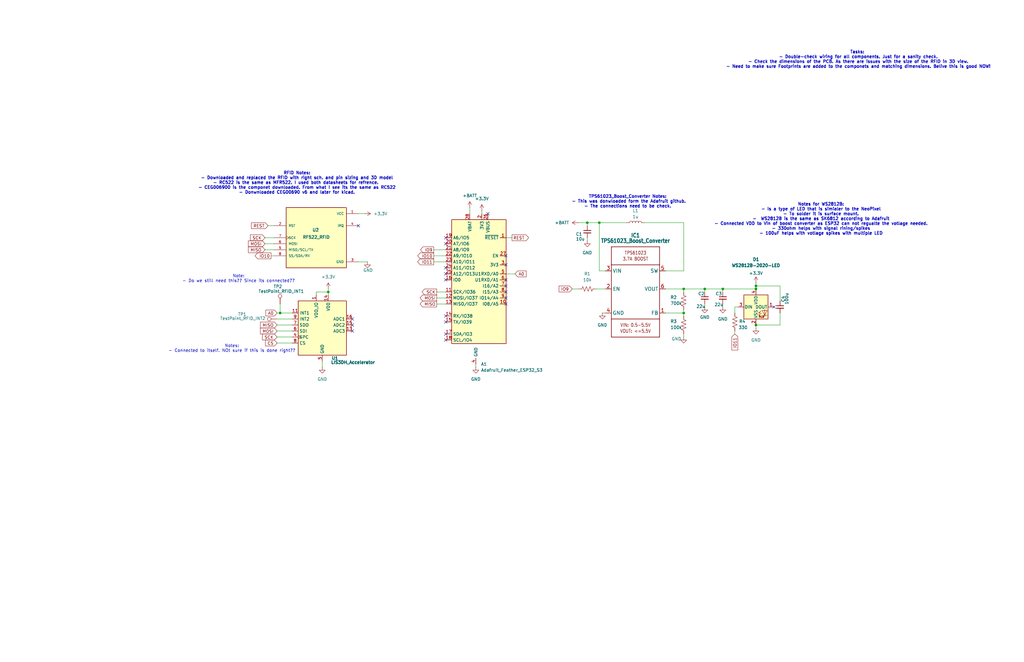
<source format=kicad_sch>
(kicad_sch (version 20250114) (generator "eeschema") (generator_version "9.0")
  (paper "B")
  (title_block (title "Illumi-not-i Bike Safety System") (date "2025-10-27") (rev "7") (company "Portland State University") (comment 1 "ECE411_Team 1_ A-Team"))
  (lib_symbols
    (symbol "Adafruit TPS61023-eagle-import:TPS61023"
      (property "Reference" "IC" (at -10.16 22.86 0))
      (symbol "TPS61023_1_0"
        (polyline (pts (xy -10.16 20.32) (xy 10.16 20.32)) (stroke (width 0.254)))
        (polyline (pts (xy -10.16 12.7) (xy -10.16 20.32)) (stroke (width 0.254)))
        (polyline (pts (xy -10.16 12.7) (xy 10.16 12.7)) (stroke (width 0.254)))
        (polyline (pts (xy -10.16 -10.16) (xy -10.16 12.7)) (stroke (width 0.254)))
        (polyline (pts (xy -10.16 -10.16) (xy -10.16 -17.78)) (stroke (width 0.254)))
        (polyline (pts (xy -10.16 -17.78) (xy 10.16 -17.78)) (stroke (width 0.254)))
        (polyline (pts (xy 10.16 20.32) (xy 10.16 12.7)) (stroke (width 0.254)))
        (polyline (pts (xy 10.16 12.7) (xy 10.16 -10.16)) (stroke (width 0.254)))
        (polyline (pts (xy 10.16 -10.16) (xy -10.16 -10.16)) (stroke (width 0.254)))
        (polyline (pts (xy 10.16 -17.78) (xy 10.16 -10.16)) (stroke (width 0.254)))
        (text "TPS61023" (at 0 17.78 0) (effects (font (size 1.4224 1.209))))
        (text "3.7A BOOST" (at 0 15.24 0) (effects (font (size 1.4224 1.209))))
        (text "VIN: 0.5-5.5V" (at 0 -12.7 0) (effects (font (size 1.4224 1.209))))
        (text "VOUT: <=5.5V" (at 0 -15.24 0) (effects (font (size 1.4224 1.209))))
        (pin power_in line (at -12.7 10.16 0) (length 2.54) (name "VIN") (number "3"))
        (pin input line (at -12.7 2.54 0) (length 2.54) (name "EN") (number "2"))
        (pin power_in line (at -12.7 -7.62 0) (length 2.54) (name "GND") (number "4"))
        (pin input line (at 12.7 10.16 180) (length 2.54) (name "SW") (number "5"))
        (pin power_in line (at 12.7 2.54 180) (length 2.54) (name "VOUT") (number "6"))
        (pin input line (at 12.7 -7.62 180) (length 2.54) (name "FB") (number "1"))
      )
    )
    (symbol "CEG006900_1" (pin_names (offset 1.016))
      (property "Reference" "U" (at -12.7 15.24 0))
      (property "Value" "CEG006900" (at -12.7 -15.24 0))
      (symbol "CEG006900_1_0_0"
        (rectangle (start -12.7 -12.7) (end 12.7 12.7) (stroke (width 0.254)) (fill (type background)))
        (pin input line (at -17.78 5.08 0) (length 5.08) (name "RST") (number "2"))
        (pin input clock (at -17.78 0 0) (length 5.08) (name "SCK") (number "7"))
        (pin input line (at -17.78 -2.54 0) (length 5.08) (name "MOSI") (number "6"))
        (pin bidirectional line (at -17.78 -5.08 0) (length 5.08) (name "MISO/SCL/TX") (number "5"))
        (pin bidirectional line (at -17.78 -7.62 0) (length 5.08) (name "SS/SDA/RX") (number "8"))
        (pin power_in line (at 17.78 10.16 180) (length 5.08) (name "VCC") (number "1"))
        (pin output line (at 17.78 5.08 180) (length 5.08) (name "IRQ") (number "4"))
        (pin power_in line (at 17.78 -10.16 180) (length 5.08) (name "GND") (number "3"))
      )
    )
    (symbol "Connector:TestPoint" (pin_numbers (hide yes)) (pin_names (offset 0.762) (hide yes))
      (property "Reference" "TP" (at 0 6.858 0))
      (property "Value" "TestPoint" (at 0 5.08 0))
      (symbol "TestPoint_0_1"
        (circle (center 0 3.302) (radius 0.762))
      )
      (symbol "TestPoint_1_1"
        (pin passive line (at 0 0 90) (length 2.54) (name "1") (number "1"))
      )
    )
    (symbol "Device:C_Small" (pin_numbers (hide yes)) (pin_names (offset 0.254) (hide yes))
      (property "Reference" "C" (at 0.254 1.778 0))
      (property "Value" "C_Small" (at 0.254 -2.032 0))
      (symbol "C_Small_0_1"
        (polyline (pts (xy -1.524 0.508) (xy 1.524 0.508)) (stroke (width 0.3048)))
        (polyline (pts (xy -1.524 -0.508) (xy 1.524 -0.508)) (stroke (width 0.3302)))
      )
      (symbol "C_Small_1_1"
        (pin passive line (at 0 2.54 270) (length 2.032) (name "~") (number "1"))
        (pin passive line (at 0 -2.54 90) (length 2.032) (name "~") (number "2"))
      )
    )
    (symbol "Device:L" (pin_numbers (hide yes)) (pin_names (offset 1.016) (hide yes))
      (property "Reference" "L" (at -1.27 0 90))
      (property "Value" "L" (at 1.905 0 90))
      (symbol "L_0_1"
        (arc (start 0 2.54) (mid 0.6323 1.905) (end 0 1.27))
        (arc (start 0 1.27) (mid 0.6323 0.635) (end 0 0))
        (arc (start 0 0) (mid 0.6323 -0.635) (end 0 -1.27))
        (arc (start 0 -1.27) (mid 0.6323 -1.905) (end 0 -2.54))
      )
      (symbol "L_1_1"
        (pin passive line (at 0 3.81 270) (length 1.27) (name "1") (number "1"))
        (pin passive line (at 0 -3.81 90) (length 1.27) (name "2") (number "2"))
      )
    )
    (symbol "Device:R_US" (pin_numbers (hide yes)) (pin_names (offset 0))
      (property "Reference" "R" (at 2.54 0 90))
      (property "Value" "R_US" (at -2.54 0 90))
      (symbol "R_US_0_1"
        (polyline (pts (xy 0 2.286) (xy 0 2.54)))
        (polyline (pts (xy 0 2.286) (xy 1.016 1.905) (xy 0 1.524) (xy -1.016 1.143) (xy 0 0.762)))
        (polyline (pts (xy 0 0.762) (xy 1.016 0.381) (xy 0 0) (xy -1.016 -0.381) (xy 0 -0.762)))
        (polyline (pts (xy 0 -0.762) (xy 1.016 -1.143) (xy 0 -1.524) (xy -1.016 -1.905) (xy 0 -2.286)))
        (polyline (pts (xy 0 -2.286) (xy 0 -2.54)))
      )
      (symbol "R_US_1_1"
        (pin passive line (at 0 3.81 270) (length 1.27) (name "~") (number "1"))
        (pin passive line (at 0 -3.81 90) (length 1.27) (name "~") (number "2"))
      )
    )
    (symbol "LED:WS2812B-2020" (pin_names (offset 0.254))
      (property "Reference" "D" (at 5.08 5.715 0))
      (property "Value" "WS2812B-2020" (at 1.27 -5.715 0))
      (symbol "WS2812B-2020_0_0"
        (text "RGB" (at 2.286 -4.191 0) (effects (font (size 0.762 0.762))))
      )
      (symbol "WS2812B-2020_0_1"
        (polyline (pts (xy 1.27 -2.54) (xy 1.778 -2.54)))
        (polyline (pts (xy 1.27 -3.556) (xy 1.778 -3.556)))
        (polyline (pts (xy 2.286 -1.524) (xy 1.27 -2.54) (xy 1.27 -2.032)))
        (polyline (pts (xy 2.286 -2.54) (xy 1.27 -3.556) (xy 1.27 -3.048)))
        (polyline (pts (xy 3.683 -1.016) (xy 3.683 -3.556) (xy 3.683 -4.064)))
        (polyline (pts (xy 4.699 -1.524) (xy 2.667 -1.524) (xy 3.683 -3.556) (xy 4.699 -1.524)))
        (polyline (pts (xy 4.699 -3.556) (xy 2.667 -3.556)))
        (rectangle (start 5.08 5.08) (end -5.08 -5.08) (stroke (width 0.254)) (fill (type background)))
      )
      (symbol "WS2812B-2020_1_1"
        (pin input line (at -7.62 0 0) (length 2.54) (name "DIN") (number "3"))
        (pin power_in line (at 0 7.62 270) (length 2.54) (name "VDD") (number "4"))
        (pin power_in line (at 0 -7.62 90) (length 2.54) (name "VSS") (number "2"))
        (pin output line (at 7.62 0 180) (length 2.54) (name "DOUT") (number "1"))
      )
    )
    (symbol "MCU_Module:Adafruit_Feather_HUZZAH32_ESP32"
      (property "Reference" "A1" (at 2.1433 -33.02 0))
      (property "Value" "Adafruit_Feather_ESP32_S3" (at 2.1433 -35.56 0))
      (symbol "Adafruit_Feather_HUZZAH32_ESP32_0_1"
        (rectangle (start -10.16 27.94) (end 12.74 -24.36) (stroke (width 0.254)) (fill (type background)))
      )
      (symbol "Adafruit_Feather_HUZZAH32_ESP32_1_1"
        (pin bidirectional line (at -12.7 20.32 0) (length 2.54) (name "A6/IO5") (number "19"))
        (pin bidirectional line (at -12.7 17.78 0) (length 2.54) (name "A7/IO6") (number "20"))
        (pin bidirectional line (at -12.7 15.24 0) (length 2.54) (name "A8/IO9") (number "21"))
        (pin bidirectional line (at -12.7 12.7 0) (length 2.54) (name "A9/IO10") (number "22"))
        (pin bidirectional line (at -12.7 10.16 0) (length 2.54) (name "A10/IO11") (number "23"))
        (pin bidirectional line (at -12.7 7.62 0) (length 2.54) (name "A11/IO12") (number "24"))
        (pin bidirectional line (at -12.7 5.08 0) (length 2.54) (name "A12/IO13") (number "25"))
        (pin bidirectional line (at -12.7 2.54 0) (length 2.54) (name "IO0") (number "16"))
        (pin bidirectional line (at -12.7 -2.54 0) (length 2.54) (name "SCK/IO36") (number "11"))
        (pin bidirectional line (at -12.7 -5.08 0) (length 2.54) (name "MOSI/IO37") (number "12"))
        (pin bidirectional line (at -12.7 -7.62 0) (length 2.54) (name "MISO/IO37") (number "13"))
        (pin bidirectional line (at -12.7 -12.7 0) (length 2.54) (name "RX/IO38") (number "14"))
        (pin bidirectional line (at -12.7 -15.24 0) (length 2.54) (name "TX/IO39") (number "15"))
        (pin bidirectional line (at -12.7 -20.32 0) (length 2.54) (name "SDA/IO3") (number "17"))
        (pin bidirectional line (at -12.7 -22.86 0) (length 2.54) (name "SCL/IO4") (number "18"))
        (pin power_in line (at -2.54 30.48 270) (length 2.54) (name "VBAT") (number "28"))
        (pin power_in line (at 0 -33.02 90) (length 2.54) (name "GND") (number "4"))
        (pin power_in line (at 2.54 30.48 270) (length 2.54) (name "3V3") (number "2"))
        (pin power_in line (at 5.08 30.48 270) (length 2.54) (name "VBUS") (number "26"))
        (pin input line (at 12.7 20.32 180) (length 2.54) (name "~{RESET}") (number "1"))
        (pin input line (at 12.7 12.7 180) (length 2.54) (name "EN") (number "27"))
        (pin power_in line (at 12.7 8.89 180) (length 2.54) (name "3V3") (number "3"))
        (pin bidirectional line (at 12.7 5.08 180) (length 2.54) (name "U1RXD/A0") (number "5"))
        (pin bidirectional line (at 12.7 2.54 180) (length 2.54) (name "U1RXD/A1") (number "6"))
        (pin bidirectional line (at 12.7 0 180) (length 2.54) (name "I16/A2") (number "7"))
        (pin bidirectional line (at 12.7 -2.54 180) (length 2.54) (name "I15/A3") (number "8"))
        (pin bidirectional line (at 12.7 -5.08 180) (length 2.54) (name "IO14/A4") (number "9"))
        (pin bidirectional line (at 12.7 -7.62 180) (length 2.54) (name "IO8/A5") (number "10"))
      )
    )
    (symbol "Sensor_Motion:LIS3DH"
      (property "Reference" "U" (at -7.62 11.43 0))
      (property "Value" "LIS3DH" (at 6.35 11.43 0))
      (symbol "LIS3DH_0_1"
        (rectangle (start -10.16 10.16) (end 10.16 -12.7) (stroke (width 0.254)) (fill (type background)))
      )
      (symbol "LIS3DH_1_1"
        (pin output line (at -12.7 5.08 0) (length 2.54) (name "INT1") (number "11"))
        (pin output line (at -12.7 2.54 0) (length 2.54) (name "INT2") (number "9"))
        (pin output line (at -12.7 0 0) (length 2.54) (name "SDO") (number "7"))
        (pin input line (at -12.7 -2.54 0) (length 2.54) (name "SDI") (number "6"))
        (pin input clock (at -12.7 -5.08 0) (length 2.54) (name "SPC") (number "4"))
        (pin input line (at -12.7 -7.62 0) (length 2.54) (name "CS") (number "8"))
        (pin power_in line (at -2.54 12.7 270) (length 2.54) (name "VDD_IO") (number "1"))
        (pin passive line (at 0 -15.24 90) (length 2.54) (hide yes) (name "GND") (number "10"))
        (pin passive line (at 0 -15.24 90) (length 2.54) (hide yes) (name "GND") (number "12"))
        (pin power_in line (at 0 -15.24 90) (length 2.54) (name "GND") (number "5"))
        (pin power_in line (at 2.54 12.7 270) (length 2.54) (name "VDD") (number "14"))
        (pin no_connect line (at 10.16 7.62 180) (length 2.54) (hide yes) (name "NC") (number "3"))
        (pin no_connect line (at 10.16 5.08 180) (length 2.54) (hide yes) (name "NC") (number "2"))
        (pin input line (at 12.7 2.54 180) (length 2.54) (name "ADC1") (number "16"))
        (pin input line (at 12.7 0 180) (length 2.54) (name "ADC2") (number "15"))
        (pin input line (at 12.7 -2.54 180) (length 2.54) (name "ADC3") (number "13"))
      )
    )
    (symbol "power:+3.3V" (power) (pin_numbers (hide yes)) (pin_names (offset 0) (hide yes))
      (property "Value" "+3.3V" (at 0 3.556 0))
      (symbol "+3.3V_0_1"
        (polyline (pts (xy -0.762 1.27) (xy 0 2.54)))
        (polyline (pts (xy 0 2.54) (xy 0.762 1.27)))
        (polyline (pts (xy 0 0) (xy 0 2.54)))
      )
      (symbol "+3.3V_1_1"
        (pin power_in line (at 0 0 90) (length 0) (name "~") (number "1"))
      )
    )
    (symbol "power:+BATT" (power) (pin_numbers (hide yes)) (pin_names (offset 0) (hide yes))
      (property "Value" "+BATT" (at 0 3.556 0))
      (symbol "+BATT_0_1"
        (polyline (pts (xy -0.762 1.27) (xy 0 2.54)))
        (polyline (pts (xy 0 2.54) (xy 0.762 1.27)))
        (polyline (pts (xy 0 0) (xy 0 2.54)))
      )
      (symbol "+BATT_1_1"
        (pin power_in line (at 0 0 90) (length 0) (name "~") (number "1"))
      )
    )
    (symbol "power:GND" (power) (pin_numbers (hide yes)) (pin_names (offset 0) (hide yes))
      (property "Value" "GND" (at 0 -3.81 0))
      (symbol "GND_0_1"
        (polyline (pts (xy 0 0) (xy 0 -1.27) (xy 1.27 -1.27) (xy 0 -2.54) (xy -1.27 -1.27) (xy 0 -1.27)))
      )
      (symbol "GND_1_1"
        (pin power_in line (at 0 0 270) (length 0) (name "~") (number "1"))
      )
    )
  )
  (text "Tasks: \n- Double-check wiring for all components. Just for a sanity check.\n- Check the dimensions of the PCB. As there are issues with the size of the RFID in 3D view.\n- Need to make sure Footprints are added to the componets and matching dimensions. Belive this is good NOW!\n\n\n" (at 361.95 27.178 0) (effects (font (size 1.27 1.27) (thickness 0.254) (bold yes))))
  (text "TPS61023_Boost_Converter Notes: \n- This was donwloaded form the Adafruit github.\n- The connections need to be check. " (at 265.176 85.09 0) (effects (font (size 1.27 1.27) (thickness 0.254) (bold yes))))
  (text "Notes for WS2812B:\n- Is a type of LED that is simialer to the NeoPixel\n- To solder it is surface mount.\n-  WS2812B is the same as SK6812 according to Adafruit\n- Connected VDD to Vin of boost converter as ESP32 can not regualte the votlage needed.\n- 330ohm helps with signal rining/spikes\n- 100uF helps with votlage spikes with multiple LED" (at 346.202 92.456 0) (effects (font (size 1.27 1.27) (thickness 0.254) (bold yes))))
  (text "Notes:\n- Connected to itself. NOt sure if this is done right??" (at 97.79 147.066 0) (effects (font (size 1.27 1.27))))
  (text "Note: \n- Do we still need this?? Since its connected?? " (at 101.092 117.602 0) (effects (font (size 1.27 1.27))))
  (text "RFID Notes:\n- Downloaded and replaced the RFID with right sch. and pin sizing and 3D model\n- RC522 is the same as MFR522. I used both datasheets for refrence. \n- CEG006900 is the componet downloaded. From what I see its the same as RC522\n- Donwnloaded CEG00690 v6 and later for kicad." (at 125.222 77.216 0) (effects (font (size 1.27 1.27) (thickness 0.254) (bold yes))))
  (junction (at 304.8 121.92))
  (junction (at 247.65 93.98))
  (junction (at 138.43 123.19))
  (junction (at 297.18 121.92))
  (junction (at 318.77 120.65))
  (junction (at 288.29 121.92))
  (junction (at 118.11 132.08))
  (junction (at 318.77 121.92))
  (junction (at 318.77 137.16))
  (junction (at 288.29 132.08))
  (junction (at 252.73 93.98))
  (no_connect (at 187.96 100.33))
  (no_connect (at 213.36 123.19))
  (no_connect (at 187.96 135.89))
  (no_connect (at 213.36 111.76))
  (no_connect (at 148.59 134.62))
  (no_connect (at 187.96 133.35))
  (no_connect (at 187.96 115.57))
  (no_connect (at 187.96 140.97))
  (no_connect (at 187.96 143.51))
  (no_connect (at 151.13 95.25))
  (no_connect (at 213.36 107.95))
  (no_connect (at 213.36 120.65))
  (no_connect (at 213.36 128.27))
  (no_connect (at 148.59 137.16))
  (no_connect (at 213.36 118.11))
  (no_connect (at 205.74 90.17))
  (no_connect (at 326.39 129.54))
  (no_connect (at 187.96 118.11))
  (no_connect (at 187.96 113.03))
  (no_connect (at 213.36 125.73))
  (no_connect (at 187.96 102.87))
  (no_connect (at 148.59 139.7))
  (wire (pts (xy 111.76 105.41) (xy 115.57 105.41)))
  (wire (pts (xy 116.84 134.62) (xy 123.19 134.62)))
  (wire (pts (xy 116.84 132.08) (xy 118.11 132.08)))
  (wire (pts (xy 247.65 93.98) (xy 252.73 93.98)))
  (wire (pts (xy 251.46 121.92) (xy 255.27 121.92)))
  (wire (pts (xy 182.88 110.49) (xy 187.96 110.49)))
  (wire (pts (xy 304.8 121.92) (xy 318.77 121.92)))
  (wire (pts (xy 241.3 121.92) (xy 243.84 121.92)))
  (wire (pts (xy 247.65 93.98) (xy 247.65 95.25)))
  (wire (pts (xy 116.84 144.78) (xy 123.19 144.78)))
  (wire (pts (xy 138.43 121.92) (xy 138.43 123.19)))
  (wire (pts (xy 288.29 140.97) (xy 288.29 142.24)))
  (wire (pts (xy 111.76 102.87) (xy 115.57 102.87)))
  (wire (pts (xy 198.12 87.63) (xy 198.12 90.17)))
  (wire (pts (xy 288.29 121.92) (xy 297.18 121.92)))
  (wire (pts (xy 243.84 93.98) (xy 247.65 93.98)))
  (wire (pts (xy 203.2 88.9) (xy 203.2 90.17)))
  (wire (pts (xy 133.35 123.19) (xy 138.43 123.19)))
  (wire (pts (xy 318.77 120.65) (xy 328.93 120.65)))
  (wire (pts (xy 309.88 139.7) (xy 309.88 140.97)))
  (wire (pts (xy 114.3 107.95) (xy 115.57 107.95)))
  (wire (pts (xy 151.13 90.17) (xy 153.67 90.17)))
  (wire (pts (xy 133.35 124.46) (xy 133.35 123.19)))
  (wire (pts (xy 182.88 105.41) (xy 187.96 105.41)))
  (wire (pts (xy 116.84 137.16) (xy 123.19 137.16)))
  (wire (pts (xy 297.18 128.27) (xy 297.18 129.54)))
  (wire (pts (xy 113.03 95.25) (xy 115.57 95.25)))
  (wire (pts (xy 318.77 119.38) (xy 318.77 120.65)))
  (wire (pts (xy 252.73 93.98) (xy 264.16 93.98)))
  (wire (pts (xy 213.36 100.33) (xy 215.9 100.33)))
  (wire (pts (xy 116.84 142.24) (xy 123.19 142.24)))
  (wire (pts (xy 328.93 137.16) (xy 328.93 132.08)))
  (wire (pts (xy 182.88 107.95) (xy 187.96 107.95)))
  (wire (pts (xy 280.67 114.3) (xy 288.29 114.3)))
  (wire (pts (xy 151.13 110.49) (xy 154.94 110.49)))
  (wire (pts (xy 213.36 115.57) (xy 217.17 115.57)))
  (wire (pts (xy 304.8 121.92) (xy 304.8 123.19)))
  (wire (pts (xy 288.29 121.92) (xy 288.29 123.19)))
  (wire (pts (xy 184.15 123.19) (xy 187.96 123.19)))
  (wire (pts (xy 118.11 128.27) (xy 118.11 132.08)))
  (wire (pts (xy 318.77 137.16) (xy 318.77 138.43)))
  (wire (pts (xy 318.77 120.65) (xy 318.77 121.92)))
  (wire (pts (xy 111.76 100.33) (xy 115.57 100.33)))
  (wire (pts (xy 247.65 100.33) (xy 247.65 101.6)))
  (wire (pts (xy 254 132.08) (xy 255.27 132.08)))
  (wire (pts (xy 252.73 93.98) (xy 252.73 114.3)))
  (wire (pts (xy 280.67 132.08) (xy 288.29 132.08)))
  (wire (pts (xy 297.18 121.92) (xy 297.18 123.19)))
  (wire (pts (xy 184.15 128.27) (xy 187.96 128.27)))
  (wire (pts (xy 288.29 130.81) (xy 288.29 132.08)))
  (wire (pts (xy 135.89 152.4) (xy 135.89 154.94)))
  (wire (pts (xy 288.29 114.3) (xy 288.29 93.98)))
  (wire (pts (xy 184.15 125.73) (xy 187.96 125.73)))
  (wire (pts (xy 288.29 93.98) (xy 271.78 93.98)))
  (wire (pts (xy 118.11 132.08) (xy 123.19 132.08)))
  (wire (pts (xy 309.88 129.54) (xy 311.15 129.54)))
  (wire (pts (xy 138.43 123.19) (xy 138.43 124.46)))
  (wire (pts (xy 309.88 132.08) (xy 309.88 129.54)))
  (wire (pts (xy 318.77 137.16) (xy 328.93 137.16)))
  (wire (pts (xy 328.93 120.65) (xy 328.93 127)))
  (wire (pts (xy 288.29 132.08) (xy 288.29 133.35)))
  (wire (pts (xy 116.84 139.7) (xy 123.19 139.7)))
  (wire (pts (xy 297.18 121.92) (xy 304.8 121.92)))
  (wire (pts (xy 200.66 153.67) (xy 200.66 154.94)))
  (wire (pts (xy 280.67 121.92) (xy 288.29 121.92)))
  (wire (pts (xy 304.8 128.27) (xy 304.8 129.54)))
  (wire (pts (xy 255.27 114.3) (xy 252.73 114.3)))
  (global_label "SCK" (shape input) (at 111.76 100.33 180) (property "Intersheetrefs" "${INTERSHEET_REFS}" (at 105.0253 100.33 0) (effects (justify right))))
  (global_label "MISO" (shape input) (at 111.76 105.41 180) (property "Intersheetrefs" "${INTERSHEET_REFS}" (at 104.1786 105.41 0) (effects (justify right))))
  (global_label "IO9" (shape input) (at 241.3 121.92 180) (property "Intersheetrefs" "${INTERSHEET_REFS}" (at 235.17 121.92 0) (effects (justify right))))
  (global_label "CS" (shape input) (at 116.84 144.78 180) (property "Intersheetrefs" "${INTERSHEET_REFS}" (at 111.3753 144.78 0) (effects (justify right))))
  (global_label "REST" (shape input) (at 113.03 95.25 180) (property "Intersheetrefs" "${INTERSHEET_REFS}" (at 105.4487 95.25 0) (effects (justify right))))
  (global_label "MOSI" (shape input) (at 111.76 102.87 180) (property "Intersheetrefs" "${INTERSHEET_REFS}" (at 104.1786 102.87 0) (effects (justify right))))
  (global_label "IO10" (shape output) (at 182.88 107.95 180) (property "Intersheetrefs" "${INTERSHEET_REFS}" (at 175.5405 107.95 0) (effects (justify right))))
  (global_label "IO11" (shape input) (at 309.88 140.97 270) (property "Intersheetrefs" "${INTERSHEET_REFS}" (at 309.88 148.3095 90) (effects (justify right))))
  (global_label "IO11" (shape output) (at 182.88 110.49 180) (property "Intersheetrefs" "${INTERSHEET_REFS}" (at 175.5405 110.49 0) (effects (justify right))))
  (global_label "A0" (shape input) (at 217.17 115.57 0) (property "Intersheetrefs" "${INTERSHEET_REFS}" (at 222.4533 115.57 0) (effects (justify left))))
  (global_label "MOSI" (shape output) (at 184.15 125.73 180) (property "Intersheetrefs" "${INTERSHEET_REFS}" (at 176.5686 125.73 0) (effects (justify right))))
  (global_label "MOSI" (shape input) (at 116.84 139.7 180) (property "Intersheetrefs" "${INTERSHEET_REFS}" (at 109.2586 139.7 0) (effects (justify right))))
  (global_label "MISO" (shape input) (at 116.84 137.16 180) (property "Intersheetrefs" "${INTERSHEET_REFS}" (at 109.2586 137.16 0) (effects (justify right))))
  (global_label "SCK" (shape input) (at 116.84 142.24 180) (property "Intersheetrefs" "${INTERSHEET_REFS}" (at 110.1053 142.24 0) (effects (justify right))))
  (global_label "IO10" (shape output) (at 114.3 107.95 180) (property "Intersheetrefs" "${INTERSHEET_REFS}" (at 106.9605 107.95 0) (effects (justify right))))
  (global_label "IO9" (shape output) (at 182.88 105.41 180) (property "Intersheetrefs" "${INTERSHEET_REFS}" (at 176.75 105.41 0) (effects (justify right))))
  (global_label "A0" (shape input) (at 116.84 132.08 180) (property "Intersheetrefs" "${INTERSHEET_REFS}" (at 111.5567 132.08 0) (effects (justify right))))
  (global_label "REST" (shape output) (at 215.9 100.33 0) (property "Intersheetrefs" "${INTERSHEET_REFS}" (at 223.4813 100.33 0) (effects (justify left))))
  (global_label "MISO" (shape output) (at 184.15 128.27 180) (property "Intersheetrefs" "${INTERSHEET_REFS}" (at 176.5686 128.27 0) (effects (justify right))))
  (global_label "SCK" (shape output) (at 184.15 123.19 180) (property "Intersheetrefs" "${INTERSHEET_REFS}" (at 177.4153 123.19 0) (effects (justify right))))
  (symbol (lib_id "power:+3.3V") (at 153.67 90.17 270) (unit 1)
    (property "Reference" "#PWR013" (effects (hide yes)))
    (property "Value" "+3.3V" (at 157.48 90.1699 90) (effects (justify left)))
    (property "Description" "Power symbol creates a global label with name \"+3.3V\"" (effects (hide yes)))
  )
  (symbol (lib_id "power:GND") (at 200.66 154.94 0) (unit 1)
    (property "Reference" "#PWR01" (effects (hide yes)))
    (property "Value" "GND" (at 200.66 160.02 0))
    (property "Description" "Power symbol creates a global label with name \"GND\" , ground" (effects (hide yes)))
  )
  (symbol (lib_id "Device:R_US") (at 288.29 137.16 0) (unit 1)
    (property "Reference" "R3" (at 282.702 135.636 0) (effects (justify left)))
    (property "Value" "100k" (at 282.702 138.176 0) (effects (justify left)))
    (property "Footprint" "Resistor_THT:R_Axial_DIN0207_L6.3mm_D2.5mm_P10.16mm_Horizontal" (effects (hide yes)))
    (property "Datasheet" "https://www.digikey.com/en/products/detail/yageo/MFR-25FBF52-100K/13473" (effects (hide yes)))
    (property "Description" "100 kOhms ±1% 0.25W, 1/4W Through Hole Resistor Axial Metal Film" (effects (hide yes)))
    (property "Cost Ea." "$0.10" (effects (hide yes)))
    (property "Cost Total" "$0.10" (effects (hide yes)))
    (property "MF" "Digikey" (effects (hide yes)))
    (property "Part number" "100KXBK-ND" (effects (hide yes)))
  )
  (symbol (lib_id "MCU_Module:Adafruit_Feather_HUZZAH32_ESP32") (at 200.66 120.65 0) (unit 1)
    (property "Reference" "A1" (at 202.8033 153.67 0) (effects (justify left)))
    (property "Value" "Adafruit_Feather_ESP32_S3" (at 202.8033 156.21 0) (effects (justify left)))
    (property "Footprint" "Module:Adafruit_Feather" (effects (hide yes)))
    (property "Datasheet" "https://cdn-learn.adafruit.com/downloads/pdf/adafruit-huzzah32-esp32-feather.pdf" (effects (hide yes)))
    (property "Description" "Microcontroller module with ESP32 MCU" (effects (hide yes)))
  )
  (symbol (lib_id "power:+BATT") (at 198.12 87.63 0) (unit 1)
    (property "Reference" "#PWR012" (effects (hide yes)))
    (property "Value" "+BATT" (at 198.12 82.55 0))
    (property "Description" "Power symbol creates a global label with name \"+BATT\"" (effects (hide yes)))
  )
  (symbol (lib_id "power:+3.3V") (at 318.77 119.38 0) (unit 1)
    (property "Reference" "#PWR015" (effects (hide yes)))
    (property "Value" "+3.3V" (at 318.77 115.316 0))
    (property "Description" "Power symbol creates a global label with name \"+3.3V\"" (effects (hide yes)))
  )
  (symbol (lib_id "Device:R_US") (at 247.65 121.92 90) (unit 1)
    (property "Reference" "R1" (at 247.65 115.57 90))
    (property "Value" "10k" (at 247.65 118.11 90))
    (property "Footprint" "Resistor_THT:R_Axial_DIN0207_L6.3mm_D2.5mm_P10.16mm_Horizontal" (effects (hide yes)))
    (property "Datasheet" "https://www.digikey.com/en/products/detail/yageo/MFR-25FRF52-10K/14626" (effects (hide yes)))
    (property "Description" "10 kOhms ±1% 0.25W, 1/4W Through Hole Resistor Axial Metal Film" (effects (hide yes)))
    (property "Cost Ea." "$0.10" (effects (hide yes)))
    (property "Cost Total" "$0.10" (effects (hide yes)))
    (property "MF" "Digikey" (effects (hide yes)))
    (property "Part number" "13-MFR-25FRF52-10KTR-ND - Tape & Reel (TR)" (effects (hide yes)))
  )
  (symbol (lib_id "Connector:TestPoint") (at 116.84 134.62 90) (unit 1)
    (property "Reference" "TP1" (at 102.108 132.588 90))
    (property "Value" "TestPoint_RFID_INT2" (at 102.362 134.366 90))
    (property "Footprint" "TestPoint:TestPoint_THTPad_1.0x1.0mm_Drill0.5mm" (effects (hide yes)))
    (property "Description" "test point" (effects (hide yes)))
  )
  (symbol (lib_id "Device:R_US") (at 309.88 135.89 180) (unit 1)
    (property "Reference" "R4" (at 311.658 135.636 0) (effects (justify right)))
    (property "Value" "330" (at 311.404 138.176 0) (effects (justify right)))
    (property "Footprint" "Resistor_THT:R_Axial_DIN0207_L6.3mm_D2.5mm_P10.16mm_Horizontal" (effects (hide yes)))
    (property "Datasheet" "https://www.digikey.com/en/products/detail/stackpole-electronics-inc/CF14JT330R/1741399" (effects (hide yes)))
    (property "Description" "330 Ohms ±1% 0.25W, 1/4W Through Hole Resistor Axial Metal Film" (effects (hide yes)))
    (property "Cost Ea." "$0.10" (effects (hide yes)))
    (property "Cost Total" "$0.10" (effects (hide yes)))
    (property "MF" "Digikey" (effects (hide yes)))
    (property "Part number" "MFR-25FBF52-330R-ND" (effects (hide yes)))
  )
  (symbol (lib_id "power:+3.3V") (at 138.43 121.92 0) (unit 1)
    (property "Reference" "#PWR014" (effects (hide yes)))
    (property "Value" "+3.3V" (at 138.43 116.84 0))
    (property "Description" "Power symbol creates a global label with name \"+3.3V\"" (effects (hide yes)))
  )
  (symbol (lib_id "LED:WS2812B-2020") (at 318.77 129.54 0) (unit 1)
    (property "Reference" "D1" (at 318.77 109.474 0) (effects (font (thickness 0.254) (bold yes))))
    (property "Value" "WS2812B-2020-LED" (at 318.77 112.014 0) (effects (font (thickness 0.254) (bold yes))))
    (property "Footprint" "LED_SMD:LED_WS2812B-2020_PLCC4_2.0x2.0mm" (effects (hide yes)))
    (property "Datasheet" "https://cdn-shop.adafruit.com/product-files/4684/4684_WS2812B-2020_V1.3_EN.pdf" (effects (hide yes)))
    (property "Description" "RGB LED with integrated controller, 2.0 x 2.0 mm, 12 mA" (effects (hide yes)))
    (property "Cost Ea." "$3.00" (effects (hide yes)))
    (property "Cost Total" "$3.00" (effects (hide yes)))
    (property "MF" "Adafruit" (effects (hide yes)))
    (property "Part number" "2552" (effects (hide yes)))
  )
  (symbol (lib_id "power:GND") (at 154.94 110.49 0) (unit 1)
    (property "Reference" "#PWR05" (effects (hide yes)))
    (property "Value" "GND" (at 155.194 114.046 0))
    (property "Description" "Power symbol creates a global label with name \"GND\" , ground" (effects (hide yes)))
  )
  (symbol (lib_id "power:GND") (at 135.89 154.94 0) (unit 1)
    (property "Reference" "#PWR04" (effects (hide yes)))
    (property "Value" "GND" (at 135.89 160.02 0))
    (property "Description" "Power symbol creates a global label with name \"GND\" , ground" (effects (hide yes)))
  )
  (symbol (lib_id "Device:C_Small") (at 297.18 125.73 0) (unit 1)
    (property "Reference" "C2" (at 294.386 123.952 0) (effects (justify left)))
    (property "Value" "22u" (at 293.624 129.286 0) (effects (justify left)))
    (property "Footprint" "Capacitor_SMD:C_1206_3216Metric_Pad1.33x1.80mm_HandSolder" (effects (hide yes)))
    (property "Datasheet" "https://www.mouser.com/ProductDetail/KYOCERA-AVX/KGM31AR71A226MU?qs=9vOqFld9vZUITRVzMZfp1A%3D%3D" (effects (hide yes)))
    (property "Description" "Multilayer Ceramic Capacitors MLCC - SMD/SMT 10V 22uF X7R 1206 20 %" (effects (hide yes)))
    (property "Cost Ea." "$0.54" (effects (hide yes)))
    (property "Cost Total" "$1.08" (effects (hide yes)))
    (property "MF" "Mouser" (effects (hide yes)))
    (property "Part number" "581-KGM31AR71A226MU" (effects (hide yes)))
  )
  (symbol (lib_id "power:+3.3V") (at 203.2 88.9 0) (unit 1)
    (property "Reference" "#PWR03" (effects (hide yes)))
    (property "Value" "+3.3V" (at 203.2 83.82 0))
    (property "Description" "Power symbol creates a global label with name \"+3.3V\"" (effects (hide yes)))
  )
  (symbol (lib_id "Connector:TestPoint") (at 118.11 128.27 0) (unit 1)
    (property "Reference" "TP2" (at 115.316 120.904 0) (effects (justify left)))
    (property "Value" "TestPoint_RFID_INT1" (at 108.966 122.936 0) (effects (justify left)))
    (property "Footprint" "TestPoint:TestPoint_THTPad_1.0x1.0mm_Drill0.5mm" (effects (hide yes)))
    (property "Description" "test point" (effects (hide yes)))
  )
  (symbol (lib_id "Device:C_Small") (at 328.93 129.54 0) (unit 1)
    (property "Reference" "C4" (at 330.2 127.508 90) (effects (justify left)))
    (property "Value" "100u" (at 331.724 128.524 90) (effects (justify left)))
    (property "Footprint" "Capacitor_THT:CP_Radial_D6.3mm_P2.50mm" (effects (hide yes)))
    (property "Datasheet" "https://www.digikey.com/en/products/detail/rubycon/35ZLH100MEFC6-3X11/3134256" (effects (hide yes)))
    (property "Description" "100 µF 35 V Aluminum Electrolytic Capacitors Radial, Can 6000 Hrs @ 105°C" (effects (hide yes)))
    (property "Cost Ea." "$0.32" (effects (hide yes)))
    (property "Cost Total" "$0.32" (effects (hide yes)))
    (property "MF" "Digikey" (effects (hide yes)))
    (property "Part number" "1189-1300-ND" (effects (hide yes)))
  )
  (symbol (lib_id "Device:L") (at 267.97 93.98 90) (unit 1)
    (property "Reference" "L1" (at 267.97 88.9 90))
    (property "Value" "1u" (at 267.97 91.44 90))
    (property "Footprint" "Inductor_THT:L_Axial_L11.0mm_D4.5mm_P5.08mm_Vertical_Fastron_MECC" (effects (hide yes)))
    (property "Datasheet" "https://www.mouser.com/ProductDetail/Fastron/LACC-1R0K-01?qs=%2FPiZ59IM4y2pvRbnRBvNbg%3D%3D" (effects (hide yes)))
    (property "Description" "1uH ±10% RF Inductors - Leaded Ferrite Core Leaded Inductor - Fixed Choke Coil" (effects (hide yes)))
    (property "Cost Ea." "n/a" (effects (hide yes)))
    (property "Cost Total" "n/a" (effects (hide yes)))
    (property "Part number" "434-LACC-1R0K-01" (effects (hide yes)))
    (property "MF" "Mouser" (effects (hide yes)))
  )
  (symbol (lib_id "power:GND") (at 288.29 142.24 0) (unit 1)
    (property "Reference" "#PWR07" (effects (hide yes)))
    (property "Value" "GND" (at 285.242 143.002 0))
    (property "Description" "Power symbol creates a global label with name \"GND\" , ground" (effects (hide yes)))
  )
  (symbol (lib_id "Device:C_Small") (at 304.8 125.73 0) (unit 1)
    (property "Reference" "C3" (at 301.752 123.952 0) (effects (justify left)))
    (property "Value" "22u" (at 301.244 128.524 0) (effects (justify left)))
    (property "Footprint" "Capacitor_SMD:C_1206_3216Metric_Pad1.33x1.80mm_HandSolder" (effects (hide yes)))
    (property "Datasheet" "https://www.mouser.com/ProductDetail/KYOCERA-AVX/KGM31AR71A226MU?qs=9vOqFld9vZUITRVzMZfp1A%3D%3D" (effects (hide yes)))
    (property "Description" "Multilayer Ceramic Capacitors MLCC - SMD/SMT 10V 22uF X7R 1206 20 %" (effects (hide yes)))
    (property "Cost Ea." "$0.54" (effects (hide yes)))
    (property "Cost Total" "$1.08" (effects (hide yes)))
    (property "MF" "Mouser" (effects (hide yes)))
    (property "Part number" "581-KGM31AR71A226MU" (effects (hide yes)))
  )
  (symbol (lib_id "power:GND") (at 254 132.08 0) (unit 1)
    (property "Reference" "#PWR06" (effects (hide yes)))
    (property "Value" "GND" (at 254 137.16 0))
    (property "Description" "Power symbol creates a global label with name \"GND\" , ground" (effects (hide yes)))
  )
  (symbol (lib_id "power:GND") (at 304.8 129.54 0) (unit 1)
    (property "Reference" "#PWR010" (effects (hide yes)))
    (property "Value" "GND" (at 304.8 134.62 0))
    (property "Description" "Power symbol creates a global label with name \"GND\" , ground" (effects (hide yes)))
  )
  (symbol (lib_id "Device:C_Small") (at 247.65 97.79 0) (unit 1)
    (property "Reference" "C1" (at 242.824 98.806 0) (effects (justify left)))
    (property "Value" "10u" (at 242.824 100.838 0) (effects (justify left)))
    (property "Footprint" "Capacitor_SMD:C_1206_3216Metric_Pad1.33x1.80mm_HandSolder" (effects (hide yes)))
    (property "Datasheet" "https://www.digikey.com/en/products/detail/kemet/C1206X106J3RACTU/7427565" (effects (hide yes)))
    (property "Description" "10 µF ±5% 25V Ceramic Capacitor X7R 1206 (3216 Metric)" (effects (hide yes)))
    (property "Cost Ea." "$1.39" (effects (hide yes)))
    (property "Cost Total" "$1.39" (effects (hide yes)))
    (property "MF" "Digikey" (effects (hide yes)))
    (property "Part number" "399-15735-2-ND" (effects (hide yes)))
  )
  (symbol (lib_id "Adafruit TPS61023-eagle-import:TPS61023") (at 267.97 124.46 0) (unit 1)
    (property "Reference" "IC1" (at 267.97 99.314 0) (effects (font (size 1.6764 1.4249) (thickness 0.285) (bold yes))))
    (property "Value" "TPS61023_Boost_Converter" (at 267.97 101.6 0) (effects (font (size 1.6764 1.4249) (thickness 0.285) (bold yes))))
    (property "Footprint" "Adafruit TPS61023:SOT563" (effects (hide yes)))
    (property "Datasheet" "https://www.ti.com/lit/ds/symlink/tps61023.pdf?ts=1762877887843&ref_url=https%253A%252F%252Fwww.ti.com%252Fproduct%252FTPS61023" (effects (hide yes)))
    (property "Description" "mini-booster! Input 2-5VDC on one side," (effects (hide yes)))
    (property "Cost Ea." "$3.95" (effects (hide yes)))
    (property "Cost Total" "$3.95" (effects (hide yes)))
    (property "MF" "Adafruit" (effects (hide yes)))
    (property "Part number" "4654" (effects (hide yes)))
  )
  (symbol (lib_id "power:+BATT") (at 243.84 93.98 90) (unit 1)
    (property "Reference" "#PWR011" (effects (hide yes)))
    (property "Value" "+BATT" (at 240.03 93.9799 90) (effects (justify left)))
    (property "Description" "Power symbol creates a global label with name \"+BATT\"" (effects (hide yes)))
  )
  (symbol (lib_id "power:GND") (at 247.65 101.6 0) (unit 1)
    (property "Reference" "#PWR02" (effects (hide yes)))
    (property "Value" "GND" (at 247.65 106.68 0))
    (property "Description" "Power symbol creates a global label with name \"GND\" , ground" (effects (hide yes)))
  )
  (symbol (lib_id "power:GND") (at 297.18 129.54 0) (unit 1)
    (property "Reference" "#PWR08" (effects (hide yes)))
    (property "Value" "GND" (at 297.18 133.858 0))
    (property "Description" "Power symbol creates a global label with name \"GND\" , ground" (effects (hide yes)))
  )
  (symbol (lib_id "Device:R_US") (at 288.29 127 0) (unit 1)
    (property "Reference" "R2" (at 282.702 125.476 0) (effects (justify left)))
    (property "Value" "700k" (at 282.702 128.016 0) (effects (justify left)))
    (property "Footprint" "Resistor_THT:R_Axial_DIN0207_L6.3mm_D2.5mm_P10.16mm_Horizontal" (effects (hide yes)))
    (property "Datasheet" "https://www.digikey.com/en/products/detail/yageo/MFR25SFBF52-700K/9142412" (effects (hide yes)))
    (property "Description" "700 kOhms ±1% 0.25W, 1/4W Through Hole Resistor Axial Metal Film" (effects (hide yes)))
    (property "Cost Ea." "n/a" (effects (hide yes)))
    (property "Cost Total" "n/a" (effects (hide yes)))
    (property "MF" "Digikey" (effects (hide yes)))
    (property "Part number" "MFR25SFBF52-700K-ND" (effects (hide yes)))
  )
  (symbol (lib_id "Sensor_Motion:LIS3DH") (at 135.89 137.16 0) (unit 1)
    (property "Reference" "U1" (at 139.7 151.13 0) (effects (font (thickness 0.254) (bold yes)) (justify left)))
    (property "Value" "LIS3DH_Accelerator" (at 139.446 152.908 0) (effects (font (thickness 0.254) (bold yes)) (justify left)))
    (property "Footprint" "Package_LGA:LGA-16_3x3mm_P0.5mm_LayoutBorder3x5y" (effects (hide yes)))
    (property "Datasheet" "https://www.st.com/resource/en/datasheet/cd00274221.pdf" (effects (hide yes)))
    (property "Description" "3-Axis Accelerometer, 2/4/8/16g range, I2C/SPI interface, LGA-16" (effects (hide yes)))
    (property "Cost Ea." "$4.50" (effects (hide yes)))
    (property "Cost Total" "$4.50" (effects (hide yes)))
    (property "MF" "Adafruit" (effects (hide yes)))
    (property "Part number" "2809" (effects (hide yes)))
  )
  (symbol (lib_id "power:GND") (at 318.77 138.43 0) (unit 1)
    (property "Reference" "#PWR09" (effects (hide yes)))
    (property "Value" "GND" (at 318.77 143.51 0))
    (property "Description" "Power symbol creates a global label with name \"GND\" , ground" (effects (hide yes)))
  )
  (symbol (lib_name "CEG006900_1") (lib_id "CEG006900:CEG006900") (at 133.35 100.33 0) (unit 1)
    (property "Reference" "U2" (at 133.096 97.028 0) (effects (font (thickness 0.254) (bold yes))))
    (property "Value" "RF522_RFID" (at 133.35 100.076 0) (effects (font (thickness 0.254) (bold yes))))
    (property "Footprint" "CEG006900:MODULE_CEG006900" (effects (hide yes)))
    (property "Datasheet" "kicad-embed://MFRC522_datasheet_digikey.pdf" (effects (hide yes)))
    (property "Description" "RFID RC522 Reader IC Card Module Tags SPI Interface Read and Write" (effects (hide yes)))
    (property "MF" "YKS" (effects (hide yes)))
    (property "Description_1" "RFID RC522 Reader IC Card Module Tags SPI Interface Read and Write" (effects (hide yes)))
    (property "Package" "None" (effects (hide yes)))
    (property "Price" "None" (effects (hide yes)))
    (property "Check_prices" "https://www.snapeda.com/parts/CEG006900/YKS/view-part/?ref=eda" (effects (hide yes)))
    (property "STANDARD" "IPC 7351B" (effects (hide yes)))
    (property "PARTREV" "12 June 2019" (effects (hide yes)))
    (property "SnapEDA_Link" "https://www.snapeda.com/parts/CEG006900/YKS/view-part/?ref=snap" (effects (hide yes)))
    (property "MP" "CEG006900" (effects (hide yes)))
    (property "Availability" "Not in stock" (effects (hide yes)))
    (property "MANUFACTURER" "YKS" (effects (hide yes)))
  )
)
</source>
